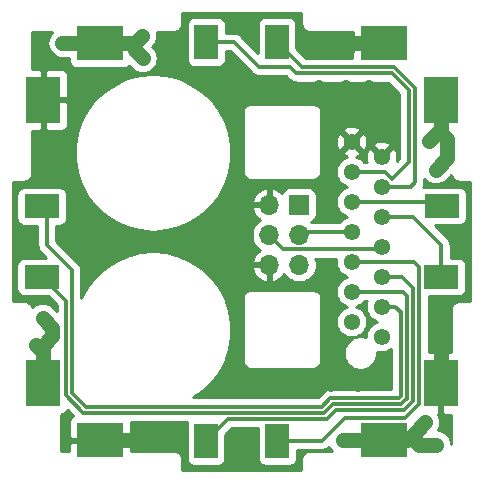
<source format=gbr>
%TF.GenerationSoftware,KiCad,Pcbnew,(5.1.10)-1*%
%TF.CreationDate,2022-01-02T17:44:00+01:00*%
%TF.ProjectId,3DESPWroverB,33444553-5057-4726-9f76-6572422e6b69,rev?*%
%TF.SameCoordinates,Original*%
%TF.FileFunction,Copper,L1,Top*%
%TF.FilePolarity,Positive*%
%FSLAX46Y46*%
G04 Gerber Fmt 4.6, Leading zero omitted, Abs format (unit mm)*
G04 Created by KiCad (PCBNEW (5.1.10)-1) date 2022-01-02 17:44:00*
%MOMM*%
%LPD*%
G01*
G04 APERTURE LIST*
%TA.AperFunction,ComponentPad*%
%ADD10C,1.381000*%
%TD*%
%TA.AperFunction,SMDPad,CuDef*%
%ADD11R,4.000000X3.000000*%
%TD*%
%TA.AperFunction,SMDPad,CuDef*%
%ADD12R,3.000000X4.000000*%
%TD*%
%TA.AperFunction,SMDPad,CuDef*%
%ADD13R,3.000000X2.000000*%
%TD*%
%TA.AperFunction,SMDPad,CuDef*%
%ADD14R,2.000000X3.000000*%
%TD*%
%TA.AperFunction,ComponentPad*%
%ADD15R,1.700000X1.700000*%
%TD*%
%TA.AperFunction,ComponentPad*%
%ADD16O,1.700000X1.700000*%
%TD*%
%TA.AperFunction,ViaPad*%
%ADD17C,1.200000*%
%TD*%
%TA.AperFunction,Conductor*%
%ADD18C,1.250000*%
%TD*%
%TA.AperFunction,Conductor*%
%ADD19C,0.312500*%
%TD*%
%TA.AperFunction,Conductor*%
%ADD20C,0.254000*%
%TD*%
%TA.AperFunction,Conductor*%
%ADD21C,0.100000*%
%TD*%
G04 APERTURE END LIST*
D10*
%TO.P,J1,14*%
%TO.N,VCC*%
X163525200Y-65506600D03*
%TO.P,J1,13*%
X160985200Y-64236600D03*
%TO.P,J1,12*%
%TO.N,/D16*%
X163525200Y-62966600D03*
%TO.P,J1,11*%
%TO.N,/D15*%
X160985200Y-61696600D03*
%TO.P,J1,10*%
%TO.N,/D14*%
X163525200Y-60426600D03*
%TO.P,J1,9*%
%TO.N,/D13*%
X160985200Y-59156600D03*
%TO.P,J1,8*%
%TO.N,/D12*%
X163525200Y-57886600D03*
%TO.P,J1,7*%
%TO.N,/D11*%
X160985200Y-56616600D03*
%TO.P,J1,6*%
%TO.N,/D10*%
X163525200Y-55346600D03*
%TO.P,J1,5*%
%TO.N,/D9*%
X160985200Y-54076600D03*
%TO.P,J1,4*%
%TO.N,/D8*%
X163525200Y-52806600D03*
%TO.P,J1,3*%
%TO.N,/D7*%
X160985200Y-51536600D03*
%TO.P,J1,2*%
%TO.N,GND*%
X163525200Y-50266600D03*
%TO.P,J1,1*%
X160985200Y-48996600D03*
%TD*%
D11*
%TO.P,J2,1*%
%TO.N,VCC*%
X163703000Y-74295000D03*
%TD*%
D12*
%TO.P,J3,1*%
%TO.N,VCC*%
X168529000Y-45466000D03*
%TD*%
D11*
%TO.P,J4,1*%
%TO.N,VCC*%
X139700000Y-40640000D03*
%TD*%
D12*
%TO.P,J5,1*%
%TO.N,VCC*%
X134874000Y-69469000D03*
%TD*%
%TO.P,J6,1*%
%TO.N,GND*%
X168529000Y-69469000D03*
%TD*%
D11*
%TO.P,J7,1*%
%TO.N,GND*%
X139700000Y-74295000D03*
%TD*%
%TO.P,J8,1*%
%TO.N,GND*%
X163703000Y-40640000D03*
%TD*%
D12*
%TO.P,J9,1*%
%TO.N,GND*%
X134874000Y-45466000D03*
%TD*%
D13*
%TO.P,J11,1*%
%TO.N,/D9*%
X168605200Y-54457600D03*
%TD*%
%TO.P,J12,1*%
%TO.N,/D10*%
X168579800Y-60452000D03*
%TD*%
D14*
%TO.P,J13,1*%
%TO.N,/D7*%
X148691600Y-40563800D03*
%TD*%
%TO.P,J14,1*%
%TO.N,/D8*%
X154686000Y-40563800D03*
%TD*%
%TO.P,J15,1*%
%TO.N,/D13*%
X154711400Y-74320400D03*
%TD*%
%TO.P,J16,1*%
%TO.N,/D14*%
X148666200Y-74320400D03*
%TD*%
D13*
%TO.P,J17,1*%
%TO.N,/D15*%
X134747000Y-60452000D03*
%TD*%
%TO.P,J18,1*%
%TO.N,/D16*%
X134747000Y-54483000D03*
%TD*%
D15*
%TO.P,J10,1*%
%TO.N,VCC*%
X156540200Y-54356000D03*
D16*
%TO.P,J10,2*%
%TO.N,GND*%
X154000200Y-54356000D03*
%TO.P,J10,3*%
%TO.N,/D11*%
X156540200Y-56896000D03*
%TO.P,J10,4*%
%TO.N,/D12*%
X154000200Y-56896000D03*
%TO.P,J10,5*%
%TO.N,VCC*%
X156540200Y-59436000D03*
%TO.P,J10,6*%
%TO.N,GND*%
X154000200Y-59436000D03*
%TD*%
D17*
%TO.N,VCC*%
X167233600Y-72771000D03*
X168148000Y-74650600D03*
X160223200Y-74295000D03*
X167513000Y-48920400D03*
X169062400Y-49657000D03*
X143256000Y-40030400D03*
X143306800Y-41935400D03*
X136499600Y-40640000D03*
X168097200Y-51358800D03*
X134289800Y-66192400D03*
X135661400Y-65481200D03*
X134823200Y-63906400D03*
%TO.N,GND*%
X168529000Y-65811400D03*
X163677600Y-69545200D03*
X161493200Y-69570600D03*
X160528000Y-40614600D03*
X160528000Y-44399200D03*
X158191200Y-44399200D03*
X159283400Y-69570600D03*
X162433000Y-44399200D03*
X142900400Y-74295000D03*
X149072600Y-70078600D03*
X151104600Y-70078600D03*
X153314400Y-70053200D03*
%TD*%
D18*
%TO.N,VCC*%
X163703000Y-74295000D02*
X165709600Y-74295000D01*
X166674800Y-74650600D02*
X168148000Y-74650600D01*
X166357300Y-74333100D02*
X166674800Y-74650600D01*
X166357300Y-73647300D02*
X166357300Y-74333100D01*
X165709600Y-74295000D02*
X166357300Y-73647300D01*
X166357300Y-73647300D02*
X167233600Y-72771000D01*
X163703000Y-74295000D02*
X160223200Y-74295000D01*
X168529000Y-47904400D02*
X167513000Y-48920400D01*
X168529000Y-45466000D02*
X168529000Y-47904400D01*
X169062400Y-48816000D02*
X169062400Y-49657000D01*
X168529000Y-48282600D02*
X169062400Y-48816000D01*
X168529000Y-47904400D02*
X168529000Y-48282600D01*
X142646400Y-40640000D02*
X143256000Y-40030400D01*
X139700000Y-40640000D02*
X142646400Y-40640000D01*
X142646400Y-41275000D02*
X143306800Y-41935400D01*
X142646400Y-40640000D02*
X142646400Y-41275000D01*
X139700000Y-40640000D02*
X136499600Y-40640000D01*
X169062400Y-50393600D02*
X168097200Y-51358800D01*
X169062400Y-49657000D02*
X169062400Y-50393600D01*
X134874000Y-66776600D02*
X134289800Y-66192400D01*
X134874000Y-69469000D02*
X134874000Y-66776600D01*
X134874000Y-66268600D02*
X135661400Y-65481200D01*
X134874000Y-66776600D02*
X134874000Y-66268600D01*
X135661400Y-64744600D02*
X134823200Y-63906400D01*
X135661400Y-65481200D02*
X135661400Y-64744600D01*
D19*
%TO.N,/D16*%
X135178800Y-54914800D02*
X134747000Y-54483000D01*
X137316910Y-59880658D02*
X135178800Y-57742548D01*
X138483327Y-71439129D02*
X137316910Y-70272712D01*
X158468073Y-71439129D02*
X138483327Y-71439129D01*
X164968422Y-70704580D02*
X159202621Y-70704581D01*
X135178800Y-57742548D02*
X135178800Y-54914800D01*
X165135219Y-70537783D02*
X164968422Y-70704580D01*
X137316910Y-70272712D02*
X137316910Y-59880658D01*
X159202621Y-70704581D02*
X158468073Y-71439129D01*
X165135219Y-63433619D02*
X165135219Y-70537783D01*
X164668200Y-62966600D02*
X165135219Y-63433619D01*
X163525200Y-62966600D02*
X164668200Y-62966600D01*
%TO.N,/D15*%
X160985200Y-61696600D02*
X164790690Y-61696600D01*
X164790690Y-61696600D02*
X164790690Y-61717490D01*
X136804400Y-62509400D02*
X134747000Y-60452000D01*
X158680361Y-71951639D02*
X138271039Y-71951639D01*
X159414910Y-71217090D02*
X158680361Y-71951639D01*
X138271039Y-71951639D02*
X136804400Y-70485000D01*
X165180710Y-71217090D02*
X159414910Y-71217090D01*
X136804400Y-70485000D02*
X136804400Y-62509400D01*
X165647729Y-66759423D02*
X165647729Y-70761873D01*
X165698529Y-66708623D02*
X165647729Y-66759423D01*
X165698529Y-62091929D02*
X165698529Y-66708623D01*
X165635927Y-70761873D02*
X165180710Y-71217090D01*
X165303200Y-61696600D02*
X165698529Y-62091929D01*
X165647729Y-70761873D02*
X165635927Y-70761873D01*
X164790690Y-61696600D02*
X165303200Y-61696600D01*
%TO.N,/D14*%
X158904451Y-72464149D02*
X150522451Y-72464149D01*
X159639000Y-71729600D02*
X158904451Y-72464149D01*
X165404800Y-71729600D02*
X159639000Y-71729600D01*
X166160239Y-66971711D02*
X166160239Y-70974161D01*
X166211039Y-66920911D02*
X166160239Y-66971711D01*
X166160239Y-70974161D02*
X165404800Y-71729600D01*
X166211039Y-61359839D02*
X166211039Y-66920911D01*
X150522451Y-72464149D02*
X148666200Y-74320400D01*
X165277800Y-60426600D02*
X166211039Y-61359839D01*
X163525200Y-60426600D02*
X165277800Y-60426600D01*
%TO.N,/D13*%
X158470600Y-74320400D02*
X154711400Y-74320400D01*
X160426400Y-72364600D02*
X158470600Y-74320400D01*
X165506400Y-72364600D02*
X160426400Y-72364600D01*
X166672749Y-71198251D02*
X165506400Y-72364600D01*
X166672749Y-67183999D02*
X166672749Y-71198251D01*
X166723549Y-67133199D02*
X166672749Y-67183999D01*
X166723549Y-59586349D02*
X166723549Y-67133199D01*
X166293800Y-59156600D02*
X166723549Y-59586349D01*
X160985200Y-59156600D02*
X166293800Y-59156600D01*
%TO.N,/D12*%
X155206451Y-58102251D02*
X154000200Y-56896000D01*
X163309549Y-58102251D02*
X155206451Y-58102251D01*
X163525200Y-57886600D02*
X163309549Y-58102251D01*
%TO.N,/D11*%
X156819600Y-56616600D02*
X156540200Y-56896000D01*
X160985200Y-56616600D02*
X156819600Y-56616600D01*
%TO.N,/D10*%
X163525200Y-55346600D02*
X166166800Y-55346600D01*
X168579800Y-57759600D02*
X168579800Y-60452000D01*
X166166800Y-55346600D02*
X168579800Y-57759600D01*
%TO.N,/D9*%
X168224200Y-54076600D02*
X168605200Y-54457600D01*
X160985200Y-54076600D02*
X168224200Y-54076600D01*
%TO.N,/D8*%
X163525200Y-52806600D02*
X165989000Y-52806600D01*
X165989000Y-52806600D02*
X166344600Y-52451000D01*
X166344600Y-52451000D02*
X166344600Y-44424600D01*
X166344600Y-44424600D02*
X164617400Y-42697400D01*
X156819600Y-42697400D02*
X154686000Y-40563800D01*
X164617400Y-42697400D02*
X156819600Y-42697400D01*
%TO.N,/D7*%
X160985200Y-51536600D02*
X163855400Y-51536600D01*
X163855400Y-51536600D02*
X164439600Y-52120800D01*
X164439600Y-52120800D02*
X165832090Y-50728310D01*
X165832090Y-44648690D02*
X164393310Y-43209910D01*
X165832090Y-50728310D02*
X165832090Y-44648690D01*
X164393310Y-43209910D02*
X156316110Y-43209910D01*
X156316110Y-43209910D02*
X155752800Y-42646600D01*
X155752800Y-42646600D02*
X153111200Y-42646600D01*
X151028400Y-40563800D02*
X148691600Y-40563800D01*
X153111200Y-42646600D02*
X151028400Y-40563800D01*
D18*
%TO.N,GND*%
X168529000Y-69469000D02*
X168529000Y-65811400D01*
X160553400Y-40640000D02*
X160528000Y-40614600D01*
X163703000Y-40640000D02*
X160553400Y-40640000D01*
X139700000Y-74295000D02*
X142900400Y-74295000D01*
%TD*%
D20*
%TO.N,GND*%
X137423290Y-72222886D02*
X137345506Y-72264463D01*
X137248815Y-72343815D01*
X137169463Y-72440506D01*
X137110498Y-72550820D01*
X137074188Y-72670518D01*
X137061928Y-72795000D01*
X137065000Y-74009250D01*
X137223750Y-74168000D01*
X139573000Y-74168000D01*
X139573000Y-74148000D01*
X139827000Y-74148000D01*
X139827000Y-74168000D01*
X142176250Y-74168000D01*
X142335000Y-74009250D01*
X142338072Y-72795000D01*
X142332940Y-72742889D01*
X147035762Y-72742889D01*
X147028128Y-72820400D01*
X147028128Y-75820400D01*
X147040388Y-75944882D01*
X147076698Y-76064580D01*
X147135663Y-76174894D01*
X147215015Y-76271585D01*
X147311706Y-76350937D01*
X147422020Y-76409902D01*
X147541718Y-76446212D01*
X147666200Y-76458472D01*
X149666200Y-76458472D01*
X149790682Y-76446212D01*
X149910380Y-76409902D01*
X150020694Y-76350937D01*
X150117385Y-76271585D01*
X150196737Y-76174894D01*
X150255702Y-76064580D01*
X150292012Y-75944882D01*
X150304272Y-75820400D01*
X150304272Y-73801325D01*
X150850198Y-73255399D01*
X153073328Y-73255399D01*
X153073328Y-75820400D01*
X153085588Y-75944882D01*
X153121898Y-76064580D01*
X153180863Y-76174894D01*
X153260215Y-76271585D01*
X153356906Y-76350937D01*
X153467220Y-76409902D01*
X153586918Y-76446212D01*
X153711400Y-76458472D01*
X155711400Y-76458472D01*
X155835882Y-76446212D01*
X155955580Y-76409902D01*
X156065894Y-76350937D01*
X156162585Y-76271585D01*
X156241937Y-76174894D01*
X156300902Y-76064580D01*
X156337212Y-75944882D01*
X156349472Y-75820400D01*
X156349472Y-75111650D01*
X158431744Y-75111650D01*
X158470600Y-75115477D01*
X158509456Y-75111650D01*
X158509467Y-75111650D01*
X158625712Y-75100201D01*
X158774863Y-75054956D01*
X158912322Y-74981483D01*
X159032805Y-74882605D01*
X159057583Y-74852413D01*
X159080302Y-74829694D01*
X159170480Y-74998405D01*
X159314587Y-75174000D01*
X157423965Y-75174000D01*
X157392286Y-75170880D01*
X157360607Y-75174000D01*
X157265844Y-75183333D01*
X157144261Y-75220215D01*
X157032210Y-75280108D01*
X156933996Y-75360710D01*
X156853394Y-75458924D01*
X156793501Y-75570975D01*
X156756619Y-75692558D01*
X156744166Y-75819000D01*
X156747286Y-75850678D01*
X156747287Y-76799000D01*
X146608715Y-76799000D01*
X146608715Y-75850678D01*
X146611835Y-75819000D01*
X146599382Y-75692558D01*
X146562500Y-75570975D01*
X146502607Y-75458924D01*
X146422005Y-75360710D01*
X146323791Y-75280108D01*
X146211740Y-75220215D01*
X146090157Y-75183333D01*
X145995394Y-75174000D01*
X145963715Y-75170880D01*
X145932036Y-75174000D01*
X142336501Y-75174000D01*
X142335000Y-74580750D01*
X142176250Y-74422000D01*
X139827000Y-74422000D01*
X139827000Y-74442000D01*
X139573000Y-74442000D01*
X139573000Y-74422000D01*
X137223750Y-74422000D01*
X137065000Y-74580750D01*
X137063499Y-75174000D01*
X136357200Y-75174000D01*
X136357200Y-72107072D01*
X136374000Y-72107072D01*
X136498482Y-72094812D01*
X136618180Y-72058502D01*
X136728494Y-71999537D01*
X136825185Y-71920185D01*
X136904537Y-71823494D01*
X136946114Y-71745710D01*
X137423290Y-72222886D01*
%TA.AperFunction,Conductor*%
D21*
G36*
X137423290Y-72222886D02*
G01*
X137345506Y-72264463D01*
X137248815Y-72343815D01*
X137169463Y-72440506D01*
X137110498Y-72550820D01*
X137074188Y-72670518D01*
X137061928Y-72795000D01*
X137065000Y-74009250D01*
X137223750Y-74168000D01*
X139573000Y-74168000D01*
X139573000Y-74148000D01*
X139827000Y-74148000D01*
X139827000Y-74168000D01*
X142176250Y-74168000D01*
X142335000Y-74009250D01*
X142338072Y-72795000D01*
X142332940Y-72742889D01*
X147035762Y-72742889D01*
X147028128Y-72820400D01*
X147028128Y-75820400D01*
X147040388Y-75944882D01*
X147076698Y-76064580D01*
X147135663Y-76174894D01*
X147215015Y-76271585D01*
X147311706Y-76350937D01*
X147422020Y-76409902D01*
X147541718Y-76446212D01*
X147666200Y-76458472D01*
X149666200Y-76458472D01*
X149790682Y-76446212D01*
X149910380Y-76409902D01*
X150020694Y-76350937D01*
X150117385Y-76271585D01*
X150196737Y-76174894D01*
X150255702Y-76064580D01*
X150292012Y-75944882D01*
X150304272Y-75820400D01*
X150304272Y-73801325D01*
X150850198Y-73255399D01*
X153073328Y-73255399D01*
X153073328Y-75820400D01*
X153085588Y-75944882D01*
X153121898Y-76064580D01*
X153180863Y-76174894D01*
X153260215Y-76271585D01*
X153356906Y-76350937D01*
X153467220Y-76409902D01*
X153586918Y-76446212D01*
X153711400Y-76458472D01*
X155711400Y-76458472D01*
X155835882Y-76446212D01*
X155955580Y-76409902D01*
X156065894Y-76350937D01*
X156162585Y-76271585D01*
X156241937Y-76174894D01*
X156300902Y-76064580D01*
X156337212Y-75944882D01*
X156349472Y-75820400D01*
X156349472Y-75111650D01*
X158431744Y-75111650D01*
X158470600Y-75115477D01*
X158509456Y-75111650D01*
X158509467Y-75111650D01*
X158625712Y-75100201D01*
X158774863Y-75054956D01*
X158912322Y-74981483D01*
X159032805Y-74882605D01*
X159057583Y-74852413D01*
X159080302Y-74829694D01*
X159170480Y-74998405D01*
X159314587Y-75174000D01*
X157423965Y-75174000D01*
X157392286Y-75170880D01*
X157360607Y-75174000D01*
X157265844Y-75183333D01*
X157144261Y-75220215D01*
X157032210Y-75280108D01*
X156933996Y-75360710D01*
X156853394Y-75458924D01*
X156793501Y-75570975D01*
X156756619Y-75692558D01*
X156744166Y-75819000D01*
X156747286Y-75850678D01*
X156747287Y-76799000D01*
X146608715Y-76799000D01*
X146608715Y-75850678D01*
X146611835Y-75819000D01*
X146599382Y-75692558D01*
X146562500Y-75570975D01*
X146502607Y-75458924D01*
X146422005Y-75360710D01*
X146323791Y-75280108D01*
X146211740Y-75220215D01*
X146090157Y-75183333D01*
X145995394Y-75174000D01*
X145963715Y-75170880D01*
X145932036Y-75174000D01*
X142336501Y-75174000D01*
X142335000Y-74580750D01*
X142176250Y-74422000D01*
X139827000Y-74422000D01*
X139827000Y-74442000D01*
X139573000Y-74442000D01*
X139573000Y-74422000D01*
X137223750Y-74422000D01*
X137065000Y-74580750D01*
X137063499Y-75174000D01*
X136357200Y-75174000D01*
X136357200Y-72107072D01*
X136374000Y-72107072D01*
X136498482Y-72094812D01*
X136618180Y-72058502D01*
X136728494Y-71999537D01*
X136825185Y-71920185D01*
X136904537Y-71823494D01*
X136946114Y-71745710D01*
X137423290Y-72222886D01*
G37*
%TD.AperFunction*%
D20*
X169417333Y-51856157D02*
X169454215Y-51977740D01*
X169514108Y-52089791D01*
X169594710Y-52188005D01*
X169692924Y-52268607D01*
X169804975Y-52328500D01*
X169926558Y-52365382D01*
X170021321Y-52374715D01*
X170053000Y-52377835D01*
X170084679Y-52374715D01*
X171033000Y-52374715D01*
X171033001Y-62513287D01*
X170109688Y-62513288D01*
X170109679Y-62513287D01*
X170084679Y-62513287D01*
X170053000Y-62510167D01*
X170021321Y-62513287D01*
X169926558Y-62522620D01*
X169804975Y-62559502D01*
X169692924Y-62619395D01*
X169594710Y-62699997D01*
X169514108Y-62798211D01*
X169454215Y-62910262D01*
X169417333Y-63031845D01*
X169404880Y-63158287D01*
X169408000Y-63189964D01*
X169408001Y-66832499D01*
X168814750Y-66834000D01*
X168656000Y-66992750D01*
X168656000Y-69342000D01*
X168676000Y-69342000D01*
X168676000Y-69596000D01*
X168656000Y-69596000D01*
X168656000Y-71945250D01*
X168814750Y-72104000D01*
X169408000Y-72105501D01*
X169408001Y-74588714D01*
X169389768Y-74403597D01*
X169317720Y-74166086D01*
X169200720Y-73947195D01*
X169043265Y-73755335D01*
X168851405Y-73597880D01*
X168632514Y-73480880D01*
X168395003Y-73408832D01*
X168325052Y-73401942D01*
X168403319Y-73255515D01*
X168475367Y-73018004D01*
X168499695Y-72771001D01*
X168475367Y-72523998D01*
X168403319Y-72286487D01*
X168286319Y-72067596D01*
X168283315Y-72063935D01*
X168402000Y-71945250D01*
X168402000Y-69596000D01*
X168382000Y-69596000D01*
X168382000Y-69342000D01*
X168402000Y-69342000D01*
X168402000Y-66992750D01*
X168243250Y-66834000D01*
X167514799Y-66832157D01*
X167514799Y-62090072D01*
X170079800Y-62090072D01*
X170204282Y-62077812D01*
X170323980Y-62041502D01*
X170434294Y-61982537D01*
X170530985Y-61903185D01*
X170610337Y-61806494D01*
X170669302Y-61696180D01*
X170705612Y-61576482D01*
X170717872Y-61452000D01*
X170717872Y-59452000D01*
X170705612Y-59327518D01*
X170669302Y-59207820D01*
X170610337Y-59097506D01*
X170530985Y-59000815D01*
X170434294Y-58921463D01*
X170323980Y-58862498D01*
X170204282Y-58826188D01*
X170079800Y-58813928D01*
X169371050Y-58813928D01*
X169371050Y-57798456D01*
X169374877Y-57759599D01*
X169371050Y-57720743D01*
X169371050Y-57720733D01*
X169359601Y-57604488D01*
X169314356Y-57455337D01*
X169267511Y-57367695D01*
X169240883Y-57317877D01*
X169166781Y-57227584D01*
X169166778Y-57227581D01*
X169142005Y-57197395D01*
X169111820Y-57172623D01*
X168034869Y-56095672D01*
X170105200Y-56095672D01*
X170229682Y-56083412D01*
X170349380Y-56047102D01*
X170459694Y-55988137D01*
X170556385Y-55908785D01*
X170635737Y-55812094D01*
X170694702Y-55701780D01*
X170731012Y-55582082D01*
X170743272Y-55457600D01*
X170743272Y-53457600D01*
X170731012Y-53333118D01*
X170694702Y-53213420D01*
X170635737Y-53103106D01*
X170556385Y-53006415D01*
X170459694Y-52927063D01*
X170349380Y-52868098D01*
X170229682Y-52831788D01*
X170105200Y-52819528D01*
X167105200Y-52819528D01*
X167041450Y-52825807D01*
X167079156Y-52755263D01*
X167124401Y-52606112D01*
X167135850Y-52489867D01*
X167135850Y-52489857D01*
X167139677Y-52451001D01*
X167135850Y-52412144D01*
X167135850Y-52173540D01*
X167201935Y-52254065D01*
X167393795Y-52411520D01*
X167612687Y-52528520D01*
X167850197Y-52600567D01*
X168097200Y-52624895D01*
X168344203Y-52600567D01*
X168581713Y-52528520D01*
X168800605Y-52411520D01*
X168944389Y-52293519D01*
X169414143Y-51823766D01*
X169417333Y-51856157D01*
%TA.AperFunction,Conductor*%
D21*
G36*
X169417333Y-51856157D02*
G01*
X169454215Y-51977740D01*
X169514108Y-52089791D01*
X169594710Y-52188005D01*
X169692924Y-52268607D01*
X169804975Y-52328500D01*
X169926558Y-52365382D01*
X170021321Y-52374715D01*
X170053000Y-52377835D01*
X170084679Y-52374715D01*
X171033000Y-52374715D01*
X171033001Y-62513287D01*
X170109688Y-62513288D01*
X170109679Y-62513287D01*
X170084679Y-62513287D01*
X170053000Y-62510167D01*
X170021321Y-62513287D01*
X169926558Y-62522620D01*
X169804975Y-62559502D01*
X169692924Y-62619395D01*
X169594710Y-62699997D01*
X169514108Y-62798211D01*
X169454215Y-62910262D01*
X169417333Y-63031845D01*
X169404880Y-63158287D01*
X169408000Y-63189964D01*
X169408001Y-66832499D01*
X168814750Y-66834000D01*
X168656000Y-66992750D01*
X168656000Y-69342000D01*
X168676000Y-69342000D01*
X168676000Y-69596000D01*
X168656000Y-69596000D01*
X168656000Y-71945250D01*
X168814750Y-72104000D01*
X169408000Y-72105501D01*
X169408001Y-74588714D01*
X169389768Y-74403597D01*
X169317720Y-74166086D01*
X169200720Y-73947195D01*
X169043265Y-73755335D01*
X168851405Y-73597880D01*
X168632514Y-73480880D01*
X168395003Y-73408832D01*
X168325052Y-73401942D01*
X168403319Y-73255515D01*
X168475367Y-73018004D01*
X168499695Y-72771001D01*
X168475367Y-72523998D01*
X168403319Y-72286487D01*
X168286319Y-72067596D01*
X168283315Y-72063935D01*
X168402000Y-71945250D01*
X168402000Y-69596000D01*
X168382000Y-69596000D01*
X168382000Y-69342000D01*
X168402000Y-69342000D01*
X168402000Y-66992750D01*
X168243250Y-66834000D01*
X167514799Y-66832157D01*
X167514799Y-62090072D01*
X170079800Y-62090072D01*
X170204282Y-62077812D01*
X170323980Y-62041502D01*
X170434294Y-61982537D01*
X170530985Y-61903185D01*
X170610337Y-61806494D01*
X170669302Y-61696180D01*
X170705612Y-61576482D01*
X170717872Y-61452000D01*
X170717872Y-59452000D01*
X170705612Y-59327518D01*
X170669302Y-59207820D01*
X170610337Y-59097506D01*
X170530985Y-59000815D01*
X170434294Y-58921463D01*
X170323980Y-58862498D01*
X170204282Y-58826188D01*
X170079800Y-58813928D01*
X169371050Y-58813928D01*
X169371050Y-57798456D01*
X169374877Y-57759599D01*
X169371050Y-57720743D01*
X169371050Y-57720733D01*
X169359601Y-57604488D01*
X169314356Y-57455337D01*
X169267511Y-57367695D01*
X169240883Y-57317877D01*
X169166781Y-57227584D01*
X169166778Y-57227581D01*
X169142005Y-57197395D01*
X169111820Y-57172623D01*
X168034869Y-56095672D01*
X170105200Y-56095672D01*
X170229682Y-56083412D01*
X170349380Y-56047102D01*
X170459694Y-55988137D01*
X170556385Y-55908785D01*
X170635737Y-55812094D01*
X170694702Y-55701780D01*
X170731012Y-55582082D01*
X170743272Y-55457600D01*
X170743272Y-53457600D01*
X170731012Y-53333118D01*
X170694702Y-53213420D01*
X170635737Y-53103106D01*
X170556385Y-53006415D01*
X170459694Y-52927063D01*
X170349380Y-52868098D01*
X170229682Y-52831788D01*
X170105200Y-52819528D01*
X167105200Y-52819528D01*
X167041450Y-52825807D01*
X167079156Y-52755263D01*
X167124401Y-52606112D01*
X167135850Y-52489867D01*
X167135850Y-52489857D01*
X167139677Y-52451001D01*
X167135850Y-52412144D01*
X167135850Y-52173540D01*
X167201935Y-52254065D01*
X167393795Y-52411520D01*
X167612687Y-52528520D01*
X167850197Y-52600567D01*
X168097200Y-52624895D01*
X168344203Y-52600567D01*
X168581713Y-52528520D01*
X168800605Y-52411520D01*
X168944389Y-52293519D01*
X169414143Y-51823766D01*
X169417333Y-51856157D01*
G37*
%TD.AperFunction*%
D20*
X156747287Y-39037312D02*
X156744166Y-39069001D01*
X156756619Y-39195443D01*
X156793501Y-39317026D01*
X156853394Y-39429077D01*
X156933996Y-39527291D01*
X157032210Y-39607893D01*
X157144261Y-39667786D01*
X157265844Y-39704668D01*
X157360607Y-39714001D01*
X157392286Y-39717121D01*
X157423965Y-39714001D01*
X161066380Y-39714001D01*
X161068000Y-40354250D01*
X161226750Y-40513000D01*
X163576000Y-40513000D01*
X163576000Y-40493000D01*
X163830000Y-40493000D01*
X163830000Y-40513000D01*
X163850000Y-40513000D01*
X163850000Y-40767000D01*
X163830000Y-40767000D01*
X163830000Y-40787000D01*
X163576000Y-40787000D01*
X163576000Y-40767000D01*
X161226750Y-40767000D01*
X161068000Y-40925750D01*
X161065520Y-41906150D01*
X157147347Y-41906150D01*
X156324072Y-41082875D01*
X156324072Y-39063800D01*
X156311812Y-38939318D01*
X156275502Y-38819620D01*
X156216537Y-38709306D01*
X156137185Y-38612615D01*
X156040494Y-38533263D01*
X155930180Y-38474298D01*
X155810482Y-38437988D01*
X155686000Y-38425728D01*
X153686000Y-38425728D01*
X153561518Y-38437988D01*
X153441820Y-38474298D01*
X153331506Y-38533263D01*
X153234815Y-38612615D01*
X153155463Y-38709306D01*
X153096498Y-38819620D01*
X153060188Y-38939318D01*
X153047928Y-39063800D01*
X153047928Y-41464331D01*
X151615383Y-40031787D01*
X151590605Y-40001595D01*
X151470122Y-39902717D01*
X151332663Y-39829244D01*
X151183512Y-39783999D01*
X151067267Y-39772550D01*
X151067256Y-39772550D01*
X151028400Y-39768723D01*
X150989544Y-39772550D01*
X150329672Y-39772550D01*
X150329672Y-39063800D01*
X150317412Y-38939318D01*
X150281102Y-38819620D01*
X150222137Y-38709306D01*
X150142785Y-38612615D01*
X150046094Y-38533263D01*
X149935780Y-38474298D01*
X149816082Y-38437988D01*
X149691600Y-38425728D01*
X147691600Y-38425728D01*
X147567118Y-38437988D01*
X147447420Y-38474298D01*
X147337106Y-38533263D01*
X147240415Y-38612615D01*
X147161063Y-38709306D01*
X147102098Y-38819620D01*
X147065788Y-38939318D01*
X147053528Y-39063800D01*
X147053528Y-42063800D01*
X147065788Y-42188282D01*
X147102098Y-42307980D01*
X147161063Y-42418294D01*
X147240415Y-42514985D01*
X147337106Y-42594337D01*
X147447420Y-42653302D01*
X147567118Y-42689612D01*
X147691600Y-42701872D01*
X149691600Y-42701872D01*
X149816082Y-42689612D01*
X149935780Y-42653302D01*
X150046094Y-42594337D01*
X150142785Y-42514985D01*
X150222137Y-42418294D01*
X150281102Y-42307980D01*
X150317412Y-42188282D01*
X150329672Y-42063800D01*
X150329672Y-41355050D01*
X150700654Y-41355050D01*
X152524222Y-43178619D01*
X152548995Y-43208805D01*
X152579181Y-43233578D01*
X152579184Y-43233581D01*
X152634529Y-43279001D01*
X152669478Y-43307683D01*
X152806937Y-43381156D01*
X152956088Y-43426401D01*
X153072333Y-43437850D01*
X153072343Y-43437850D01*
X153111199Y-43441677D01*
X153150056Y-43437850D01*
X155425054Y-43437850D01*
X155729127Y-43741923D01*
X155753905Y-43772115D01*
X155784095Y-43796891D01*
X155874388Y-43870993D01*
X156011847Y-43944466D01*
X156160998Y-43989711D01*
X156316110Y-44004988D01*
X156354977Y-44001160D01*
X164065564Y-44001160D01*
X165040841Y-44976438D01*
X165040840Y-50400563D01*
X164797625Y-50643779D01*
X164844059Y-50452621D01*
X164855008Y-50191751D01*
X164814854Y-49933756D01*
X164725139Y-49688553D01*
X164672479Y-49590033D01*
X164439680Y-49531725D01*
X163704805Y-50266600D01*
X163718948Y-50280743D01*
X163539343Y-50460348D01*
X163525200Y-50446205D01*
X163511058Y-50460348D01*
X163331453Y-50280743D01*
X163345595Y-50266600D01*
X162610720Y-49531725D01*
X162377921Y-49590033D01*
X162267973Y-49826857D01*
X162206341Y-50080579D01*
X162195392Y-50341449D01*
X162235546Y-50599444D01*
X162288930Y-50745350D01*
X162050669Y-50745350D01*
X162014783Y-50691643D01*
X161830157Y-50507017D01*
X161613060Y-50361957D01*
X161377648Y-50264446D01*
X161563247Y-50196539D01*
X161661767Y-50143879D01*
X161720075Y-49911080D01*
X160985200Y-49176205D01*
X160250325Y-49911080D01*
X160308633Y-50143879D01*
X160545457Y-50253827D01*
X160591429Y-50264994D01*
X160357340Y-50361957D01*
X160140243Y-50507017D01*
X159955617Y-50691643D01*
X159810557Y-50908740D01*
X159710638Y-51149966D01*
X159659700Y-51406050D01*
X159659700Y-51667150D01*
X159710638Y-51923234D01*
X159810557Y-52164460D01*
X159955617Y-52381557D01*
X160140243Y-52566183D01*
X160357340Y-52711243D01*
X160587552Y-52806600D01*
X160357340Y-52901957D01*
X160140243Y-53047017D01*
X159955617Y-53231643D01*
X159810557Y-53448740D01*
X159710638Y-53689966D01*
X159659700Y-53946050D01*
X159659700Y-54207150D01*
X159710638Y-54463234D01*
X159810557Y-54704460D01*
X159955617Y-54921557D01*
X160140243Y-55106183D01*
X160357340Y-55251243D01*
X160587552Y-55346600D01*
X160357340Y-55441957D01*
X160140243Y-55587017D01*
X159955617Y-55771643D01*
X159919731Y-55825350D01*
X157569657Y-55825350D01*
X157561820Y-55817513D01*
X157634380Y-55795502D01*
X157744694Y-55736537D01*
X157841385Y-55657185D01*
X157920737Y-55560494D01*
X157979702Y-55450180D01*
X158016012Y-55330482D01*
X158028272Y-55206000D01*
X158028272Y-53506000D01*
X158016012Y-53381518D01*
X157979702Y-53261820D01*
X157920737Y-53151506D01*
X157841385Y-53054815D01*
X157744694Y-52975463D01*
X157634380Y-52916498D01*
X157514682Y-52880188D01*
X157390200Y-52867928D01*
X155690200Y-52867928D01*
X155565718Y-52880188D01*
X155446020Y-52916498D01*
X155335706Y-52975463D01*
X155239015Y-53054815D01*
X155159663Y-53151506D01*
X155100698Y-53261820D01*
X155077702Y-53337626D01*
X154881555Y-53160822D01*
X154631452Y-53011843D01*
X154357091Y-52914519D01*
X154127200Y-53035186D01*
X154127200Y-54229000D01*
X154147200Y-54229000D01*
X154147200Y-54483000D01*
X154127200Y-54483000D01*
X154127200Y-54503000D01*
X153873200Y-54503000D01*
X153873200Y-54483000D01*
X152680045Y-54483000D01*
X152558724Y-54712890D01*
X152603375Y-54860099D01*
X152728559Y-55122920D01*
X152902612Y-55356269D01*
X153118845Y-55551178D01*
X153235734Y-55620805D01*
X153053568Y-55742525D01*
X152846725Y-55949368D01*
X152684210Y-56192589D01*
X152572268Y-56462842D01*
X152515200Y-56749740D01*
X152515200Y-57042260D01*
X152572268Y-57329158D01*
X152684210Y-57599411D01*
X152846725Y-57842632D01*
X153053568Y-58049475D01*
X153235734Y-58171195D01*
X153118845Y-58240822D01*
X152902612Y-58435731D01*
X152728559Y-58669080D01*
X152603375Y-58931901D01*
X152558724Y-59079110D01*
X152680045Y-59309000D01*
X153873200Y-59309000D01*
X153873200Y-59289000D01*
X154127200Y-59289000D01*
X154127200Y-59309000D01*
X154147200Y-59309000D01*
X154147200Y-59563000D01*
X154127200Y-59563000D01*
X154127200Y-60756814D01*
X154357091Y-60877481D01*
X154631452Y-60780157D01*
X154881555Y-60631178D01*
X155097788Y-60436269D01*
X155269100Y-60206594D01*
X155386725Y-60382632D01*
X155593568Y-60589475D01*
X155836789Y-60751990D01*
X156107042Y-60863932D01*
X156393940Y-60921000D01*
X156686460Y-60921000D01*
X156973358Y-60863932D01*
X157243611Y-60751990D01*
X157486832Y-60589475D01*
X157693675Y-60382632D01*
X157856190Y-60139411D01*
X157968132Y-59869158D01*
X158025200Y-59582260D01*
X158025200Y-59289740D01*
X157968132Y-59002842D01*
X157922842Y-58893501D01*
X159686065Y-58893501D01*
X159659700Y-59026050D01*
X159659700Y-59287150D01*
X159710638Y-59543234D01*
X159810557Y-59784460D01*
X159955617Y-60001557D01*
X160140243Y-60186183D01*
X160357340Y-60331243D01*
X160587552Y-60426600D01*
X160357340Y-60521957D01*
X160140243Y-60667017D01*
X159955617Y-60851643D01*
X159810557Y-61068740D01*
X159710638Y-61309966D01*
X159659700Y-61566050D01*
X159659700Y-61827150D01*
X159710638Y-62083234D01*
X159810557Y-62324460D01*
X159955617Y-62541557D01*
X160140243Y-62726183D01*
X160357340Y-62871243D01*
X160587552Y-62966600D01*
X160357340Y-63061957D01*
X160140243Y-63207017D01*
X159955617Y-63391643D01*
X159810557Y-63608740D01*
X159710638Y-63849966D01*
X159659700Y-64106050D01*
X159659700Y-64367150D01*
X159710638Y-64623234D01*
X159810557Y-64864460D01*
X159955617Y-65081557D01*
X160140243Y-65266183D01*
X160357340Y-65411243D01*
X160598566Y-65511162D01*
X160854650Y-65562100D01*
X161115750Y-65562100D01*
X161371834Y-65511162D01*
X161613060Y-65411243D01*
X161830157Y-65266183D01*
X162014783Y-65081557D01*
X162159843Y-64864460D01*
X162259762Y-64623234D01*
X162310700Y-64367150D01*
X162310700Y-64106050D01*
X162259762Y-63849966D01*
X162159843Y-63608740D01*
X162014783Y-63391643D01*
X161830157Y-63207017D01*
X161613060Y-63061957D01*
X161382848Y-62966600D01*
X161613060Y-62871243D01*
X161830157Y-62726183D01*
X162014783Y-62541557D01*
X162050669Y-62487850D01*
X162288794Y-62487850D01*
X162250638Y-62579966D01*
X162199700Y-62836050D01*
X162199700Y-63097150D01*
X162250638Y-63353234D01*
X162350557Y-63594460D01*
X162495617Y-63811557D01*
X162680243Y-63996183D01*
X162897340Y-64141243D01*
X163127552Y-64236600D01*
X162897340Y-64331957D01*
X162680243Y-64477017D01*
X162495617Y-64661643D01*
X162350557Y-64878740D01*
X162250638Y-65119966D01*
X162199700Y-65376050D01*
X162199700Y-65576972D01*
X162136482Y-65550786D01*
X161864073Y-65496600D01*
X161586327Y-65496600D01*
X161313918Y-65550786D01*
X161057315Y-65657075D01*
X160826378Y-65811382D01*
X160629982Y-66007778D01*
X160475675Y-66238715D01*
X160369386Y-66495318D01*
X160315200Y-66767727D01*
X160315200Y-67045473D01*
X160369386Y-67317882D01*
X160475675Y-67574485D01*
X160629982Y-67805422D01*
X160826378Y-68001818D01*
X161057315Y-68156125D01*
X161313918Y-68262414D01*
X161586327Y-68316600D01*
X161864073Y-68316600D01*
X162136482Y-68262414D01*
X162393085Y-68156125D01*
X162624022Y-68001818D01*
X162820418Y-67805422D01*
X162974725Y-67574485D01*
X163081014Y-67317882D01*
X163135200Y-67045473D01*
X163135200Y-66779768D01*
X163138566Y-66781162D01*
X163394650Y-66832100D01*
X163655750Y-66832100D01*
X163911834Y-66781162D01*
X164153060Y-66681243D01*
X164343969Y-66553681D01*
X164343970Y-69913330D01*
X159241497Y-69913332D01*
X159202621Y-69909503D01*
X159047509Y-69924780D01*
X158898358Y-69970025D01*
X158760899Y-70043498D01*
X158670606Y-70117600D01*
X158670602Y-70117604D01*
X158640416Y-70142377D01*
X158615643Y-70172563D01*
X158140327Y-70647879D01*
X147591744Y-70647879D01*
X148271729Y-70203622D01*
X149081601Y-69458083D01*
X149757716Y-68589410D01*
X150281630Y-67621301D01*
X150639054Y-66580162D01*
X150820237Y-65494392D01*
X150820237Y-64393610D01*
X150639054Y-63307840D01*
X150281630Y-62266701D01*
X150261769Y-62230000D01*
X151762207Y-62230000D01*
X151765400Y-62262419D01*
X151765401Y-67531571D01*
X151762207Y-67564000D01*
X151774950Y-67693383D01*
X151812690Y-67817793D01*
X151873975Y-67932450D01*
X151956452Y-68032948D01*
X152056950Y-68115425D01*
X152171607Y-68176710D01*
X152296017Y-68214450D01*
X152392981Y-68224000D01*
X152425400Y-68227193D01*
X152457819Y-68224000D01*
X157726981Y-68224000D01*
X157759400Y-68227193D01*
X157791819Y-68224000D01*
X157888783Y-68214450D01*
X158013193Y-68176710D01*
X158127850Y-68115425D01*
X158228348Y-68032948D01*
X158310825Y-67932450D01*
X158372110Y-67817793D01*
X158409850Y-67693383D01*
X158422593Y-67564000D01*
X158419400Y-67531581D01*
X158419400Y-62262419D01*
X158422593Y-62230000D01*
X158409850Y-62100617D01*
X158372110Y-61976207D01*
X158310825Y-61861550D01*
X158228348Y-61761052D01*
X158127850Y-61678575D01*
X158013193Y-61617290D01*
X157888783Y-61579550D01*
X157791819Y-61570000D01*
X157759400Y-61566807D01*
X157726981Y-61570000D01*
X152457819Y-61570000D01*
X152425400Y-61566807D01*
X152392981Y-61570000D01*
X152296017Y-61579550D01*
X152171607Y-61617290D01*
X152056950Y-61678575D01*
X151956452Y-61761052D01*
X151873975Y-61861550D01*
X151812690Y-61976207D01*
X151774950Y-62100617D01*
X151762207Y-62230000D01*
X150261769Y-62230000D01*
X149757716Y-61298592D01*
X149081601Y-60429919D01*
X148389603Y-59792890D01*
X152558724Y-59792890D01*
X152603375Y-59940099D01*
X152728559Y-60202920D01*
X152902612Y-60436269D01*
X153118845Y-60631178D01*
X153368948Y-60780157D01*
X153643309Y-60877481D01*
X153873200Y-60756814D01*
X153873200Y-59563000D01*
X152680045Y-59563000D01*
X152558724Y-59792890D01*
X148389603Y-59792890D01*
X148271729Y-59684380D01*
X147350190Y-59082308D01*
X146342123Y-58640129D01*
X145275024Y-58369903D01*
X144178001Y-58279001D01*
X143080978Y-58369903D01*
X142013879Y-58640129D01*
X141005812Y-59082308D01*
X140084273Y-59684380D01*
X139274401Y-60429919D01*
X138598286Y-61298592D01*
X138108160Y-62204266D01*
X138108160Y-59919514D01*
X138111987Y-59880657D01*
X138108160Y-59841801D01*
X138108160Y-59841791D01*
X138096711Y-59725546D01*
X138051466Y-59576395D01*
X137977993Y-59438936D01*
X137879115Y-59318453D01*
X137848929Y-59293680D01*
X135970050Y-57414802D01*
X135970050Y-56121072D01*
X136247000Y-56121072D01*
X136371482Y-56108812D01*
X136491180Y-56072502D01*
X136601494Y-56013537D01*
X136698185Y-55934185D01*
X136777537Y-55837494D01*
X136836502Y-55727180D01*
X136872812Y-55607482D01*
X136885072Y-55483000D01*
X136885072Y-53483000D01*
X136872812Y-53358518D01*
X136836502Y-53238820D01*
X136777537Y-53128506D01*
X136698185Y-53031815D01*
X136601494Y-52952463D01*
X136491180Y-52893498D01*
X136371482Y-52857188D01*
X136247000Y-52844928D01*
X133247000Y-52844928D01*
X133122518Y-52857188D01*
X133002820Y-52893498D01*
X132892506Y-52952463D01*
X132795815Y-53031815D01*
X132716463Y-53128506D01*
X132657498Y-53238820D01*
X132621188Y-53358518D01*
X132608928Y-53483000D01*
X132608928Y-55483000D01*
X132621188Y-55607482D01*
X132657498Y-55727180D01*
X132716463Y-55837494D01*
X132795815Y-55934185D01*
X132892506Y-56013537D01*
X133002820Y-56072502D01*
X133122518Y-56108812D01*
X133247000Y-56121072D01*
X134387551Y-56121072D01*
X134387550Y-57703691D01*
X134383723Y-57742548D01*
X134387550Y-57781404D01*
X134387550Y-57781414D01*
X134398999Y-57897659D01*
X134444244Y-58046810D01*
X134517717Y-58184269D01*
X134616595Y-58304753D01*
X134646787Y-58329531D01*
X135131184Y-58813928D01*
X133247000Y-58813928D01*
X133122518Y-58826188D01*
X133002820Y-58862498D01*
X132892506Y-58921463D01*
X132795815Y-59000815D01*
X132716463Y-59097506D01*
X132657498Y-59207820D01*
X132621188Y-59327518D01*
X132608928Y-59452000D01*
X132608928Y-61452000D01*
X132621188Y-61576482D01*
X132657498Y-61696180D01*
X132716463Y-61806494D01*
X132795815Y-61903185D01*
X132892506Y-61982537D01*
X133002820Y-62041502D01*
X133122518Y-62077812D01*
X133247000Y-62090072D01*
X135266075Y-62090072D01*
X136013151Y-62837148D01*
X136013151Y-63314443D01*
X135670389Y-62971681D01*
X135526605Y-62853680D01*
X135307713Y-62736680D01*
X135070203Y-62664633D01*
X134823200Y-62640305D01*
X134576197Y-62664633D01*
X134338687Y-62736680D01*
X134119795Y-62853680D01*
X133931499Y-63008210D01*
X133901786Y-62910261D01*
X133841893Y-62798210D01*
X133761291Y-62699996D01*
X133663077Y-62619394D01*
X133551026Y-62559501D01*
X133429443Y-62522619D01*
X133334680Y-62513286D01*
X133303001Y-62510166D01*
X133271322Y-62513286D01*
X132323001Y-62513286D01*
X132323001Y-52374715D01*
X133271322Y-52374715D01*
X133303001Y-52377835D01*
X133334680Y-52374715D01*
X133429443Y-52365382D01*
X133551026Y-52328500D01*
X133663077Y-52268607D01*
X133761291Y-52188005D01*
X133841893Y-52089791D01*
X133901786Y-51977740D01*
X133938668Y-51856157D01*
X133951121Y-51729715D01*
X133948001Y-51698036D01*
X133948001Y-49393610D01*
X137535765Y-49393610D01*
X137535765Y-50494392D01*
X137716948Y-51580162D01*
X138074372Y-52621301D01*
X138598286Y-53589410D01*
X139274401Y-54458083D01*
X140084273Y-55203622D01*
X141005812Y-55805694D01*
X142013879Y-56247873D01*
X143080978Y-56518099D01*
X144178001Y-56609001D01*
X145275024Y-56518099D01*
X146342123Y-56247873D01*
X147350190Y-55805694D01*
X148271729Y-55203622D01*
X149081601Y-54458083D01*
X149438833Y-53999110D01*
X152558724Y-53999110D01*
X152680045Y-54229000D01*
X153873200Y-54229000D01*
X153873200Y-53035186D01*
X153643309Y-52914519D01*
X153368948Y-53011843D01*
X153118845Y-53160822D01*
X152902612Y-53355731D01*
X152728559Y-53589080D01*
X152603375Y-53851901D01*
X152558724Y-53999110D01*
X149438833Y-53999110D01*
X149757716Y-53589410D01*
X150281630Y-52621301D01*
X150639054Y-51580162D01*
X150820237Y-50494392D01*
X150820237Y-49393610D01*
X150639054Y-48307840D01*
X150281630Y-47266701D01*
X149856972Y-46482000D01*
X151762207Y-46482000D01*
X151765400Y-46514419D01*
X151765401Y-51529571D01*
X151762207Y-51562000D01*
X151774950Y-51691383D01*
X151812690Y-51815793D01*
X151873975Y-51930450D01*
X151956452Y-52030948D01*
X152056950Y-52113425D01*
X152171607Y-52174710D01*
X152296017Y-52212450D01*
X152392981Y-52222000D01*
X152425400Y-52225193D01*
X152457819Y-52222000D01*
X157726981Y-52222000D01*
X157759400Y-52225193D01*
X157791819Y-52222000D01*
X157888783Y-52212450D01*
X158013193Y-52174710D01*
X158127850Y-52113425D01*
X158228348Y-52030948D01*
X158310825Y-51930450D01*
X158372110Y-51815793D01*
X158409850Y-51691383D01*
X158422593Y-51562000D01*
X158419400Y-51529581D01*
X158419400Y-49071449D01*
X159655392Y-49071449D01*
X159695546Y-49329444D01*
X159785261Y-49574647D01*
X159837921Y-49673167D01*
X160070720Y-49731475D01*
X160805595Y-48996600D01*
X161164805Y-48996600D01*
X161899680Y-49731475D01*
X162132479Y-49673167D01*
X162242427Y-49436343D01*
X162262885Y-49352120D01*
X162790325Y-49352120D01*
X163525200Y-50086995D01*
X164260075Y-49352120D01*
X164201767Y-49119321D01*
X163964943Y-49009373D01*
X163711221Y-48947741D01*
X163450351Y-48936792D01*
X163192356Y-48976946D01*
X162947153Y-49066661D01*
X162848633Y-49119321D01*
X162790325Y-49352120D01*
X162262885Y-49352120D01*
X162304059Y-49182621D01*
X162315008Y-48921751D01*
X162274854Y-48663756D01*
X162185139Y-48418553D01*
X162132479Y-48320033D01*
X161899680Y-48261725D01*
X161164805Y-48996600D01*
X160805595Y-48996600D01*
X160070720Y-48261725D01*
X159837921Y-48320033D01*
X159727973Y-48556857D01*
X159666341Y-48810579D01*
X159655392Y-49071449D01*
X158419400Y-49071449D01*
X158419400Y-48082120D01*
X160250325Y-48082120D01*
X160985200Y-48816995D01*
X161720075Y-48082120D01*
X161661767Y-47849321D01*
X161424943Y-47739373D01*
X161171221Y-47677741D01*
X160910351Y-47666792D01*
X160652356Y-47706946D01*
X160407153Y-47796661D01*
X160308633Y-47849321D01*
X160250325Y-48082120D01*
X158419400Y-48082120D01*
X158419400Y-46514419D01*
X158422593Y-46482000D01*
X158409850Y-46352617D01*
X158372110Y-46228207D01*
X158310825Y-46113550D01*
X158228348Y-46013052D01*
X158127850Y-45930575D01*
X158013193Y-45869290D01*
X157888783Y-45831550D01*
X157791819Y-45822000D01*
X157759400Y-45818807D01*
X157726981Y-45822000D01*
X152457819Y-45822000D01*
X152425400Y-45818807D01*
X152392981Y-45822000D01*
X152296017Y-45831550D01*
X152171607Y-45869290D01*
X152056950Y-45930575D01*
X151956452Y-46013052D01*
X151873975Y-46113550D01*
X151812690Y-46228207D01*
X151774950Y-46352617D01*
X151762207Y-46482000D01*
X149856972Y-46482000D01*
X149757716Y-46298592D01*
X149081601Y-45429919D01*
X148271729Y-44684380D01*
X147350190Y-44082308D01*
X146342123Y-43640129D01*
X145275024Y-43369903D01*
X144178001Y-43279001D01*
X143080978Y-43369903D01*
X142013879Y-43640129D01*
X141005812Y-44082308D01*
X140084273Y-44684380D01*
X139274401Y-45429919D01*
X138598286Y-46298592D01*
X138074372Y-47266701D01*
X137716948Y-48307840D01*
X137535765Y-49393610D01*
X133948001Y-49393610D01*
X133948001Y-48102620D01*
X134588250Y-48101000D01*
X134747000Y-47942250D01*
X134747000Y-45593000D01*
X135001000Y-45593000D01*
X135001000Y-47942250D01*
X135159750Y-48101000D01*
X136374000Y-48104072D01*
X136498482Y-48091812D01*
X136618180Y-48055502D01*
X136728494Y-47996537D01*
X136825185Y-47917185D01*
X136904537Y-47820494D01*
X136963502Y-47710180D01*
X136999812Y-47590482D01*
X137012072Y-47466000D01*
X137009000Y-45751750D01*
X136850250Y-45593000D01*
X135001000Y-45593000D01*
X134747000Y-45593000D01*
X134727000Y-45593000D01*
X134727000Y-45339000D01*
X134747000Y-45339000D01*
X134747000Y-42989750D01*
X135001000Y-42989750D01*
X135001000Y-45339000D01*
X136850250Y-45339000D01*
X137009000Y-45180250D01*
X137012072Y-43466000D01*
X136999812Y-43341518D01*
X136963502Y-43221820D01*
X136904537Y-43111506D01*
X136825185Y-43014815D01*
X136728494Y-42935463D01*
X136618180Y-42876498D01*
X136498482Y-42840188D01*
X136374000Y-42827928D01*
X135159750Y-42831000D01*
X135001000Y-42989750D01*
X134747000Y-42989750D01*
X134588250Y-42831000D01*
X133948001Y-42829380D01*
X133948001Y-39714001D01*
X135641785Y-39714001D01*
X135604335Y-39744735D01*
X135446880Y-39936595D01*
X135329880Y-40155486D01*
X135257832Y-40392997D01*
X135233504Y-40640000D01*
X135257832Y-40887003D01*
X135329880Y-41124514D01*
X135446880Y-41343405D01*
X135604335Y-41535265D01*
X135796195Y-41692720D01*
X136015086Y-41809720D01*
X136252597Y-41881768D01*
X136437707Y-41900000D01*
X137061928Y-41900000D01*
X137061928Y-42140000D01*
X137074188Y-42264482D01*
X137110498Y-42384180D01*
X137169463Y-42494494D01*
X137248815Y-42591185D01*
X137345506Y-42670537D01*
X137455820Y-42729502D01*
X137575518Y-42765812D01*
X137700000Y-42778072D01*
X141700000Y-42778072D01*
X141824482Y-42765812D01*
X141944180Y-42729502D01*
X142054494Y-42670537D01*
X142151185Y-42591185D01*
X142164479Y-42574987D01*
X142459611Y-42870119D01*
X142603396Y-42988120D01*
X142822286Y-43105120D01*
X143059797Y-43177168D01*
X143306800Y-43201496D01*
X143553803Y-43177168D01*
X143791314Y-43105120D01*
X144010205Y-42988120D01*
X144202065Y-42830665D01*
X144359520Y-42638805D01*
X144476520Y-42419914D01*
X144548568Y-42182403D01*
X144572896Y-41935400D01*
X144548568Y-41688397D01*
X144476520Y-41450886D01*
X144359520Y-41231996D01*
X144241519Y-41088211D01*
X144110808Y-40957500D01*
X144190719Y-40877589D01*
X144308720Y-40733804D01*
X144425720Y-40514914D01*
X144497768Y-40277403D01*
X144522096Y-40030400D01*
X144497768Y-39783397D01*
X144476717Y-39714001D01*
X145932037Y-39714001D01*
X145963716Y-39717121D01*
X145995395Y-39714001D01*
X146090158Y-39704668D01*
X146211741Y-39667786D01*
X146323792Y-39607893D01*
X146422006Y-39527291D01*
X146502608Y-39429077D01*
X146562501Y-39317026D01*
X146599383Y-39195443D01*
X146611836Y-39069001D01*
X146608716Y-39037322D01*
X146608716Y-38089001D01*
X156747286Y-38089001D01*
X156747287Y-39037312D01*
%TA.AperFunction,Conductor*%
D21*
G36*
X156747287Y-39037312D02*
G01*
X156744166Y-39069001D01*
X156756619Y-39195443D01*
X156793501Y-39317026D01*
X156853394Y-39429077D01*
X156933996Y-39527291D01*
X157032210Y-39607893D01*
X157144261Y-39667786D01*
X157265844Y-39704668D01*
X157360607Y-39714001D01*
X157392286Y-39717121D01*
X157423965Y-39714001D01*
X161066380Y-39714001D01*
X161068000Y-40354250D01*
X161226750Y-40513000D01*
X163576000Y-40513000D01*
X163576000Y-40493000D01*
X163830000Y-40493000D01*
X163830000Y-40513000D01*
X163850000Y-40513000D01*
X163850000Y-40767000D01*
X163830000Y-40767000D01*
X163830000Y-40787000D01*
X163576000Y-40787000D01*
X163576000Y-40767000D01*
X161226750Y-40767000D01*
X161068000Y-40925750D01*
X161065520Y-41906150D01*
X157147347Y-41906150D01*
X156324072Y-41082875D01*
X156324072Y-39063800D01*
X156311812Y-38939318D01*
X156275502Y-38819620D01*
X156216537Y-38709306D01*
X156137185Y-38612615D01*
X156040494Y-38533263D01*
X155930180Y-38474298D01*
X155810482Y-38437988D01*
X155686000Y-38425728D01*
X153686000Y-38425728D01*
X153561518Y-38437988D01*
X153441820Y-38474298D01*
X153331506Y-38533263D01*
X153234815Y-38612615D01*
X153155463Y-38709306D01*
X153096498Y-38819620D01*
X153060188Y-38939318D01*
X153047928Y-39063800D01*
X153047928Y-41464331D01*
X151615383Y-40031787D01*
X151590605Y-40001595D01*
X151470122Y-39902717D01*
X151332663Y-39829244D01*
X151183512Y-39783999D01*
X151067267Y-39772550D01*
X151067256Y-39772550D01*
X151028400Y-39768723D01*
X150989544Y-39772550D01*
X150329672Y-39772550D01*
X150329672Y-39063800D01*
X150317412Y-38939318D01*
X150281102Y-38819620D01*
X150222137Y-38709306D01*
X150142785Y-38612615D01*
X150046094Y-38533263D01*
X149935780Y-38474298D01*
X149816082Y-38437988D01*
X149691600Y-38425728D01*
X147691600Y-38425728D01*
X147567118Y-38437988D01*
X147447420Y-38474298D01*
X147337106Y-38533263D01*
X147240415Y-38612615D01*
X147161063Y-38709306D01*
X147102098Y-38819620D01*
X147065788Y-38939318D01*
X147053528Y-39063800D01*
X147053528Y-42063800D01*
X147065788Y-42188282D01*
X147102098Y-42307980D01*
X147161063Y-42418294D01*
X147240415Y-42514985D01*
X147337106Y-42594337D01*
X147447420Y-42653302D01*
X147567118Y-42689612D01*
X147691600Y-42701872D01*
X149691600Y-42701872D01*
X149816082Y-42689612D01*
X149935780Y-42653302D01*
X150046094Y-42594337D01*
X150142785Y-42514985D01*
X150222137Y-42418294D01*
X150281102Y-42307980D01*
X150317412Y-42188282D01*
X150329672Y-42063800D01*
X150329672Y-41355050D01*
X150700654Y-41355050D01*
X152524222Y-43178619D01*
X152548995Y-43208805D01*
X152579181Y-43233578D01*
X152579184Y-43233581D01*
X152634529Y-43279001D01*
X152669478Y-43307683D01*
X152806937Y-43381156D01*
X152956088Y-43426401D01*
X153072333Y-43437850D01*
X153072343Y-43437850D01*
X153111199Y-43441677D01*
X153150056Y-43437850D01*
X155425054Y-43437850D01*
X155729127Y-43741923D01*
X155753905Y-43772115D01*
X155784095Y-43796891D01*
X155874388Y-43870993D01*
X156011847Y-43944466D01*
X156160998Y-43989711D01*
X156316110Y-44004988D01*
X156354977Y-44001160D01*
X164065564Y-44001160D01*
X165040841Y-44976438D01*
X165040840Y-50400563D01*
X164797625Y-50643779D01*
X164844059Y-50452621D01*
X164855008Y-50191751D01*
X164814854Y-49933756D01*
X164725139Y-49688553D01*
X164672479Y-49590033D01*
X164439680Y-49531725D01*
X163704805Y-50266600D01*
X163718948Y-50280743D01*
X163539343Y-50460348D01*
X163525200Y-50446205D01*
X163511058Y-50460348D01*
X163331453Y-50280743D01*
X163345595Y-50266600D01*
X162610720Y-49531725D01*
X162377921Y-49590033D01*
X162267973Y-49826857D01*
X162206341Y-50080579D01*
X162195392Y-50341449D01*
X162235546Y-50599444D01*
X162288930Y-50745350D01*
X162050669Y-50745350D01*
X162014783Y-50691643D01*
X161830157Y-50507017D01*
X161613060Y-50361957D01*
X161377648Y-50264446D01*
X161563247Y-50196539D01*
X161661767Y-50143879D01*
X161720075Y-49911080D01*
X160985200Y-49176205D01*
X160250325Y-49911080D01*
X160308633Y-50143879D01*
X160545457Y-50253827D01*
X160591429Y-50264994D01*
X160357340Y-50361957D01*
X160140243Y-50507017D01*
X159955617Y-50691643D01*
X159810557Y-50908740D01*
X159710638Y-51149966D01*
X159659700Y-51406050D01*
X159659700Y-51667150D01*
X159710638Y-51923234D01*
X159810557Y-52164460D01*
X159955617Y-52381557D01*
X160140243Y-52566183D01*
X160357340Y-52711243D01*
X160587552Y-52806600D01*
X160357340Y-52901957D01*
X160140243Y-53047017D01*
X159955617Y-53231643D01*
X159810557Y-53448740D01*
X159710638Y-53689966D01*
X159659700Y-53946050D01*
X159659700Y-54207150D01*
X159710638Y-54463234D01*
X159810557Y-54704460D01*
X159955617Y-54921557D01*
X160140243Y-55106183D01*
X160357340Y-55251243D01*
X160587552Y-55346600D01*
X160357340Y-55441957D01*
X160140243Y-55587017D01*
X159955617Y-55771643D01*
X159919731Y-55825350D01*
X157569657Y-55825350D01*
X157561820Y-55817513D01*
X157634380Y-55795502D01*
X157744694Y-55736537D01*
X157841385Y-55657185D01*
X157920737Y-55560494D01*
X157979702Y-55450180D01*
X158016012Y-55330482D01*
X158028272Y-55206000D01*
X158028272Y-53506000D01*
X158016012Y-53381518D01*
X157979702Y-53261820D01*
X157920737Y-53151506D01*
X157841385Y-53054815D01*
X157744694Y-52975463D01*
X157634380Y-52916498D01*
X157514682Y-52880188D01*
X157390200Y-52867928D01*
X155690200Y-52867928D01*
X155565718Y-52880188D01*
X155446020Y-52916498D01*
X155335706Y-52975463D01*
X155239015Y-53054815D01*
X155159663Y-53151506D01*
X155100698Y-53261820D01*
X155077702Y-53337626D01*
X154881555Y-53160822D01*
X154631452Y-53011843D01*
X154357091Y-52914519D01*
X154127200Y-53035186D01*
X154127200Y-54229000D01*
X154147200Y-54229000D01*
X154147200Y-54483000D01*
X154127200Y-54483000D01*
X154127200Y-54503000D01*
X153873200Y-54503000D01*
X153873200Y-54483000D01*
X152680045Y-54483000D01*
X152558724Y-54712890D01*
X152603375Y-54860099D01*
X152728559Y-55122920D01*
X152902612Y-55356269D01*
X153118845Y-55551178D01*
X153235734Y-55620805D01*
X153053568Y-55742525D01*
X152846725Y-55949368D01*
X152684210Y-56192589D01*
X152572268Y-56462842D01*
X152515200Y-56749740D01*
X152515200Y-57042260D01*
X152572268Y-57329158D01*
X152684210Y-57599411D01*
X152846725Y-57842632D01*
X153053568Y-58049475D01*
X153235734Y-58171195D01*
X153118845Y-58240822D01*
X152902612Y-58435731D01*
X152728559Y-58669080D01*
X152603375Y-58931901D01*
X152558724Y-59079110D01*
X152680045Y-59309000D01*
X153873200Y-59309000D01*
X153873200Y-59289000D01*
X154127200Y-59289000D01*
X154127200Y-59309000D01*
X154147200Y-59309000D01*
X154147200Y-59563000D01*
X154127200Y-59563000D01*
X154127200Y-60756814D01*
X154357091Y-60877481D01*
X154631452Y-60780157D01*
X154881555Y-60631178D01*
X155097788Y-60436269D01*
X155269100Y-60206594D01*
X155386725Y-60382632D01*
X155593568Y-60589475D01*
X155836789Y-60751990D01*
X156107042Y-60863932D01*
X156393940Y-60921000D01*
X156686460Y-60921000D01*
X156973358Y-60863932D01*
X157243611Y-60751990D01*
X157486832Y-60589475D01*
X157693675Y-60382632D01*
X157856190Y-60139411D01*
X157968132Y-59869158D01*
X158025200Y-59582260D01*
X158025200Y-59289740D01*
X157968132Y-59002842D01*
X157922842Y-58893501D01*
X159686065Y-58893501D01*
X159659700Y-59026050D01*
X159659700Y-59287150D01*
X159710638Y-59543234D01*
X159810557Y-59784460D01*
X159955617Y-60001557D01*
X160140243Y-60186183D01*
X160357340Y-60331243D01*
X160587552Y-60426600D01*
X160357340Y-60521957D01*
X160140243Y-60667017D01*
X159955617Y-60851643D01*
X159810557Y-61068740D01*
X159710638Y-61309966D01*
X159659700Y-61566050D01*
X159659700Y-61827150D01*
X159710638Y-62083234D01*
X159810557Y-62324460D01*
X159955617Y-62541557D01*
X160140243Y-62726183D01*
X160357340Y-62871243D01*
X160587552Y-62966600D01*
X160357340Y-63061957D01*
X160140243Y-63207017D01*
X159955617Y-63391643D01*
X159810557Y-63608740D01*
X159710638Y-63849966D01*
X159659700Y-64106050D01*
X159659700Y-64367150D01*
X159710638Y-64623234D01*
X159810557Y-64864460D01*
X159955617Y-65081557D01*
X160140243Y-65266183D01*
X160357340Y-65411243D01*
X160598566Y-65511162D01*
X160854650Y-65562100D01*
X161115750Y-65562100D01*
X161371834Y-65511162D01*
X161613060Y-65411243D01*
X161830157Y-65266183D01*
X162014783Y-65081557D01*
X162159843Y-64864460D01*
X162259762Y-64623234D01*
X162310700Y-64367150D01*
X162310700Y-64106050D01*
X162259762Y-63849966D01*
X162159843Y-63608740D01*
X162014783Y-63391643D01*
X161830157Y-63207017D01*
X161613060Y-63061957D01*
X161382848Y-62966600D01*
X161613060Y-62871243D01*
X161830157Y-62726183D01*
X162014783Y-62541557D01*
X162050669Y-62487850D01*
X162288794Y-62487850D01*
X162250638Y-62579966D01*
X162199700Y-62836050D01*
X162199700Y-63097150D01*
X162250638Y-63353234D01*
X162350557Y-63594460D01*
X162495617Y-63811557D01*
X162680243Y-63996183D01*
X162897340Y-64141243D01*
X163127552Y-64236600D01*
X162897340Y-64331957D01*
X162680243Y-64477017D01*
X162495617Y-64661643D01*
X162350557Y-64878740D01*
X162250638Y-65119966D01*
X162199700Y-65376050D01*
X162199700Y-65576972D01*
X162136482Y-65550786D01*
X161864073Y-65496600D01*
X161586327Y-65496600D01*
X161313918Y-65550786D01*
X161057315Y-65657075D01*
X160826378Y-65811382D01*
X160629982Y-66007778D01*
X160475675Y-66238715D01*
X160369386Y-66495318D01*
X160315200Y-66767727D01*
X160315200Y-67045473D01*
X160369386Y-67317882D01*
X160475675Y-67574485D01*
X160629982Y-67805422D01*
X160826378Y-68001818D01*
X161057315Y-68156125D01*
X161313918Y-68262414D01*
X161586327Y-68316600D01*
X161864073Y-68316600D01*
X162136482Y-68262414D01*
X162393085Y-68156125D01*
X162624022Y-68001818D01*
X162820418Y-67805422D01*
X162974725Y-67574485D01*
X163081014Y-67317882D01*
X163135200Y-67045473D01*
X163135200Y-66779768D01*
X163138566Y-66781162D01*
X163394650Y-66832100D01*
X163655750Y-66832100D01*
X163911834Y-66781162D01*
X164153060Y-66681243D01*
X164343969Y-66553681D01*
X164343970Y-69913330D01*
X159241497Y-69913332D01*
X159202621Y-69909503D01*
X159047509Y-69924780D01*
X158898358Y-69970025D01*
X158760899Y-70043498D01*
X158670606Y-70117600D01*
X158670602Y-70117604D01*
X158640416Y-70142377D01*
X158615643Y-70172563D01*
X158140327Y-70647879D01*
X147591744Y-70647879D01*
X148271729Y-70203622D01*
X149081601Y-69458083D01*
X149757716Y-68589410D01*
X150281630Y-67621301D01*
X150639054Y-66580162D01*
X150820237Y-65494392D01*
X150820237Y-64393610D01*
X150639054Y-63307840D01*
X150281630Y-62266701D01*
X150261769Y-62230000D01*
X151762207Y-62230000D01*
X151765400Y-62262419D01*
X151765401Y-67531571D01*
X151762207Y-67564000D01*
X151774950Y-67693383D01*
X151812690Y-67817793D01*
X151873975Y-67932450D01*
X151956452Y-68032948D01*
X152056950Y-68115425D01*
X152171607Y-68176710D01*
X152296017Y-68214450D01*
X152392981Y-68224000D01*
X152425400Y-68227193D01*
X152457819Y-68224000D01*
X157726981Y-68224000D01*
X157759400Y-68227193D01*
X157791819Y-68224000D01*
X157888783Y-68214450D01*
X158013193Y-68176710D01*
X158127850Y-68115425D01*
X158228348Y-68032948D01*
X158310825Y-67932450D01*
X158372110Y-67817793D01*
X158409850Y-67693383D01*
X158422593Y-67564000D01*
X158419400Y-67531581D01*
X158419400Y-62262419D01*
X158422593Y-62230000D01*
X158409850Y-62100617D01*
X158372110Y-61976207D01*
X158310825Y-61861550D01*
X158228348Y-61761052D01*
X158127850Y-61678575D01*
X158013193Y-61617290D01*
X157888783Y-61579550D01*
X157791819Y-61570000D01*
X157759400Y-61566807D01*
X157726981Y-61570000D01*
X152457819Y-61570000D01*
X152425400Y-61566807D01*
X152392981Y-61570000D01*
X152296017Y-61579550D01*
X152171607Y-61617290D01*
X152056950Y-61678575D01*
X151956452Y-61761052D01*
X151873975Y-61861550D01*
X151812690Y-61976207D01*
X151774950Y-62100617D01*
X151762207Y-62230000D01*
X150261769Y-62230000D01*
X149757716Y-61298592D01*
X149081601Y-60429919D01*
X148389603Y-59792890D01*
X152558724Y-59792890D01*
X152603375Y-59940099D01*
X152728559Y-60202920D01*
X152902612Y-60436269D01*
X153118845Y-60631178D01*
X153368948Y-60780157D01*
X153643309Y-60877481D01*
X153873200Y-60756814D01*
X153873200Y-59563000D01*
X152680045Y-59563000D01*
X152558724Y-59792890D01*
X148389603Y-59792890D01*
X148271729Y-59684380D01*
X147350190Y-59082308D01*
X146342123Y-58640129D01*
X145275024Y-58369903D01*
X144178001Y-58279001D01*
X143080978Y-58369903D01*
X142013879Y-58640129D01*
X141005812Y-59082308D01*
X140084273Y-59684380D01*
X139274401Y-60429919D01*
X138598286Y-61298592D01*
X138108160Y-62204266D01*
X138108160Y-59919514D01*
X138111987Y-59880657D01*
X138108160Y-59841801D01*
X138108160Y-59841791D01*
X138096711Y-59725546D01*
X138051466Y-59576395D01*
X137977993Y-59438936D01*
X137879115Y-59318453D01*
X137848929Y-59293680D01*
X135970050Y-57414802D01*
X135970050Y-56121072D01*
X136247000Y-56121072D01*
X136371482Y-56108812D01*
X136491180Y-56072502D01*
X136601494Y-56013537D01*
X136698185Y-55934185D01*
X136777537Y-55837494D01*
X136836502Y-55727180D01*
X136872812Y-55607482D01*
X136885072Y-55483000D01*
X136885072Y-53483000D01*
X136872812Y-53358518D01*
X136836502Y-53238820D01*
X136777537Y-53128506D01*
X136698185Y-53031815D01*
X136601494Y-52952463D01*
X136491180Y-52893498D01*
X136371482Y-52857188D01*
X136247000Y-52844928D01*
X133247000Y-52844928D01*
X133122518Y-52857188D01*
X133002820Y-52893498D01*
X132892506Y-52952463D01*
X132795815Y-53031815D01*
X132716463Y-53128506D01*
X132657498Y-53238820D01*
X132621188Y-53358518D01*
X132608928Y-53483000D01*
X132608928Y-55483000D01*
X132621188Y-55607482D01*
X132657498Y-55727180D01*
X132716463Y-55837494D01*
X132795815Y-55934185D01*
X132892506Y-56013537D01*
X133002820Y-56072502D01*
X133122518Y-56108812D01*
X133247000Y-56121072D01*
X134387551Y-56121072D01*
X134387550Y-57703691D01*
X134383723Y-57742548D01*
X134387550Y-57781404D01*
X134387550Y-57781414D01*
X134398999Y-57897659D01*
X134444244Y-58046810D01*
X134517717Y-58184269D01*
X134616595Y-58304753D01*
X134646787Y-58329531D01*
X135131184Y-58813928D01*
X133247000Y-58813928D01*
X133122518Y-58826188D01*
X133002820Y-58862498D01*
X132892506Y-58921463D01*
X132795815Y-59000815D01*
X132716463Y-59097506D01*
X132657498Y-59207820D01*
X132621188Y-59327518D01*
X132608928Y-59452000D01*
X132608928Y-61452000D01*
X132621188Y-61576482D01*
X132657498Y-61696180D01*
X132716463Y-61806494D01*
X132795815Y-61903185D01*
X132892506Y-61982537D01*
X133002820Y-62041502D01*
X133122518Y-62077812D01*
X133247000Y-62090072D01*
X135266075Y-62090072D01*
X136013151Y-62837148D01*
X136013151Y-63314443D01*
X135670389Y-62971681D01*
X135526605Y-62853680D01*
X135307713Y-62736680D01*
X135070203Y-62664633D01*
X134823200Y-62640305D01*
X134576197Y-62664633D01*
X134338687Y-62736680D01*
X134119795Y-62853680D01*
X133931499Y-63008210D01*
X133901786Y-62910261D01*
X133841893Y-62798210D01*
X133761291Y-62699996D01*
X133663077Y-62619394D01*
X133551026Y-62559501D01*
X133429443Y-62522619D01*
X133334680Y-62513286D01*
X133303001Y-62510166D01*
X133271322Y-62513286D01*
X132323001Y-62513286D01*
X132323001Y-52374715D01*
X133271322Y-52374715D01*
X133303001Y-52377835D01*
X133334680Y-52374715D01*
X133429443Y-52365382D01*
X133551026Y-52328500D01*
X133663077Y-52268607D01*
X133761291Y-52188005D01*
X133841893Y-52089791D01*
X133901786Y-51977740D01*
X133938668Y-51856157D01*
X133951121Y-51729715D01*
X133948001Y-51698036D01*
X133948001Y-49393610D01*
X137535765Y-49393610D01*
X137535765Y-50494392D01*
X137716948Y-51580162D01*
X138074372Y-52621301D01*
X138598286Y-53589410D01*
X139274401Y-54458083D01*
X140084273Y-55203622D01*
X141005812Y-55805694D01*
X142013879Y-56247873D01*
X143080978Y-56518099D01*
X144178001Y-56609001D01*
X145275024Y-56518099D01*
X146342123Y-56247873D01*
X147350190Y-55805694D01*
X148271729Y-55203622D01*
X149081601Y-54458083D01*
X149438833Y-53999110D01*
X152558724Y-53999110D01*
X152680045Y-54229000D01*
X153873200Y-54229000D01*
X153873200Y-53035186D01*
X153643309Y-52914519D01*
X153368948Y-53011843D01*
X153118845Y-53160822D01*
X152902612Y-53355731D01*
X152728559Y-53589080D01*
X152603375Y-53851901D01*
X152558724Y-53999110D01*
X149438833Y-53999110D01*
X149757716Y-53589410D01*
X150281630Y-52621301D01*
X150639054Y-51580162D01*
X150820237Y-50494392D01*
X150820237Y-49393610D01*
X150639054Y-48307840D01*
X150281630Y-47266701D01*
X149856972Y-46482000D01*
X151762207Y-46482000D01*
X151765400Y-46514419D01*
X151765401Y-51529571D01*
X151762207Y-51562000D01*
X151774950Y-51691383D01*
X151812690Y-51815793D01*
X151873975Y-51930450D01*
X151956452Y-52030948D01*
X152056950Y-52113425D01*
X152171607Y-52174710D01*
X152296017Y-52212450D01*
X152392981Y-52222000D01*
X152425400Y-52225193D01*
X152457819Y-52222000D01*
X157726981Y-52222000D01*
X157759400Y-52225193D01*
X157791819Y-52222000D01*
X157888783Y-52212450D01*
X158013193Y-52174710D01*
X158127850Y-52113425D01*
X158228348Y-52030948D01*
X158310825Y-51930450D01*
X158372110Y-51815793D01*
X158409850Y-51691383D01*
X158422593Y-51562000D01*
X158419400Y-51529581D01*
X158419400Y-49071449D01*
X159655392Y-49071449D01*
X159695546Y-49329444D01*
X159785261Y-49574647D01*
X159837921Y-49673167D01*
X160070720Y-49731475D01*
X160805595Y-48996600D01*
X161164805Y-48996600D01*
X161899680Y-49731475D01*
X162132479Y-49673167D01*
X162242427Y-49436343D01*
X162262885Y-49352120D01*
X162790325Y-49352120D01*
X163525200Y-50086995D01*
X164260075Y-49352120D01*
X164201767Y-49119321D01*
X163964943Y-49009373D01*
X163711221Y-48947741D01*
X163450351Y-48936792D01*
X163192356Y-48976946D01*
X162947153Y-49066661D01*
X162848633Y-49119321D01*
X162790325Y-49352120D01*
X162262885Y-49352120D01*
X162304059Y-49182621D01*
X162315008Y-48921751D01*
X162274854Y-48663756D01*
X162185139Y-48418553D01*
X162132479Y-48320033D01*
X161899680Y-48261725D01*
X161164805Y-48996600D01*
X160805595Y-48996600D01*
X160070720Y-48261725D01*
X159837921Y-48320033D01*
X159727973Y-48556857D01*
X159666341Y-48810579D01*
X159655392Y-49071449D01*
X158419400Y-49071449D01*
X158419400Y-48082120D01*
X160250325Y-48082120D01*
X160985200Y-48816995D01*
X161720075Y-48082120D01*
X161661767Y-47849321D01*
X161424943Y-47739373D01*
X161171221Y-47677741D01*
X160910351Y-47666792D01*
X160652356Y-47706946D01*
X160407153Y-47796661D01*
X160308633Y-47849321D01*
X160250325Y-48082120D01*
X158419400Y-48082120D01*
X158419400Y-46514419D01*
X158422593Y-46482000D01*
X158409850Y-46352617D01*
X158372110Y-46228207D01*
X158310825Y-46113550D01*
X158228348Y-46013052D01*
X158127850Y-45930575D01*
X158013193Y-45869290D01*
X157888783Y-45831550D01*
X157791819Y-45822000D01*
X157759400Y-45818807D01*
X157726981Y-45822000D01*
X152457819Y-45822000D01*
X152425400Y-45818807D01*
X152392981Y-45822000D01*
X152296017Y-45831550D01*
X152171607Y-45869290D01*
X152056950Y-45930575D01*
X151956452Y-46013052D01*
X151873975Y-46113550D01*
X151812690Y-46228207D01*
X151774950Y-46352617D01*
X151762207Y-46482000D01*
X149856972Y-46482000D01*
X149757716Y-46298592D01*
X149081601Y-45429919D01*
X148271729Y-44684380D01*
X147350190Y-44082308D01*
X146342123Y-43640129D01*
X145275024Y-43369903D01*
X144178001Y-43279001D01*
X143080978Y-43369903D01*
X142013879Y-43640129D01*
X141005812Y-44082308D01*
X140084273Y-44684380D01*
X139274401Y-45429919D01*
X138598286Y-46298592D01*
X138074372Y-47266701D01*
X137716948Y-48307840D01*
X137535765Y-49393610D01*
X133948001Y-49393610D01*
X133948001Y-48102620D01*
X134588250Y-48101000D01*
X134747000Y-47942250D01*
X134747000Y-45593000D01*
X135001000Y-45593000D01*
X135001000Y-47942250D01*
X135159750Y-48101000D01*
X136374000Y-48104072D01*
X136498482Y-48091812D01*
X136618180Y-48055502D01*
X136728494Y-47996537D01*
X136825185Y-47917185D01*
X136904537Y-47820494D01*
X136963502Y-47710180D01*
X136999812Y-47590482D01*
X137012072Y-47466000D01*
X137009000Y-45751750D01*
X136850250Y-45593000D01*
X135001000Y-45593000D01*
X134747000Y-45593000D01*
X134727000Y-45593000D01*
X134727000Y-45339000D01*
X134747000Y-45339000D01*
X134747000Y-42989750D01*
X135001000Y-42989750D01*
X135001000Y-45339000D01*
X136850250Y-45339000D01*
X137009000Y-45180250D01*
X137012072Y-43466000D01*
X136999812Y-43341518D01*
X136963502Y-43221820D01*
X136904537Y-43111506D01*
X136825185Y-43014815D01*
X136728494Y-42935463D01*
X136618180Y-42876498D01*
X136498482Y-42840188D01*
X136374000Y-42827928D01*
X135159750Y-42831000D01*
X135001000Y-42989750D01*
X134747000Y-42989750D01*
X134588250Y-42831000D01*
X133948001Y-42829380D01*
X133948001Y-39714001D01*
X135641785Y-39714001D01*
X135604335Y-39744735D01*
X135446880Y-39936595D01*
X135329880Y-40155486D01*
X135257832Y-40392997D01*
X135233504Y-40640000D01*
X135257832Y-40887003D01*
X135329880Y-41124514D01*
X135446880Y-41343405D01*
X135604335Y-41535265D01*
X135796195Y-41692720D01*
X136015086Y-41809720D01*
X136252597Y-41881768D01*
X136437707Y-41900000D01*
X137061928Y-41900000D01*
X137061928Y-42140000D01*
X137074188Y-42264482D01*
X137110498Y-42384180D01*
X137169463Y-42494494D01*
X137248815Y-42591185D01*
X137345506Y-42670537D01*
X137455820Y-42729502D01*
X137575518Y-42765812D01*
X137700000Y-42778072D01*
X141700000Y-42778072D01*
X141824482Y-42765812D01*
X141944180Y-42729502D01*
X142054494Y-42670537D01*
X142151185Y-42591185D01*
X142164479Y-42574987D01*
X142459611Y-42870119D01*
X142603396Y-42988120D01*
X142822286Y-43105120D01*
X143059797Y-43177168D01*
X143306800Y-43201496D01*
X143553803Y-43177168D01*
X143791314Y-43105120D01*
X144010205Y-42988120D01*
X144202065Y-42830665D01*
X144359520Y-42638805D01*
X144476520Y-42419914D01*
X144548568Y-42182403D01*
X144572896Y-41935400D01*
X144548568Y-41688397D01*
X144476520Y-41450886D01*
X144359520Y-41231996D01*
X144241519Y-41088211D01*
X144110808Y-40957500D01*
X144190719Y-40877589D01*
X144308720Y-40733804D01*
X144425720Y-40514914D01*
X144497768Y-40277403D01*
X144522096Y-40030400D01*
X144497768Y-39783397D01*
X144476717Y-39714001D01*
X145932037Y-39714001D01*
X145963716Y-39717121D01*
X145995395Y-39714001D01*
X146090158Y-39704668D01*
X146211741Y-39667786D01*
X146323792Y-39607893D01*
X146422006Y-39527291D01*
X146502608Y-39429077D01*
X146562501Y-39317026D01*
X146599383Y-39195443D01*
X146611836Y-39069001D01*
X146608716Y-39037322D01*
X146608716Y-38089001D01*
X156747286Y-38089001D01*
X156747287Y-39037312D01*
G37*
%TD.AperFunction*%
%TD*%
M02*

</source>
